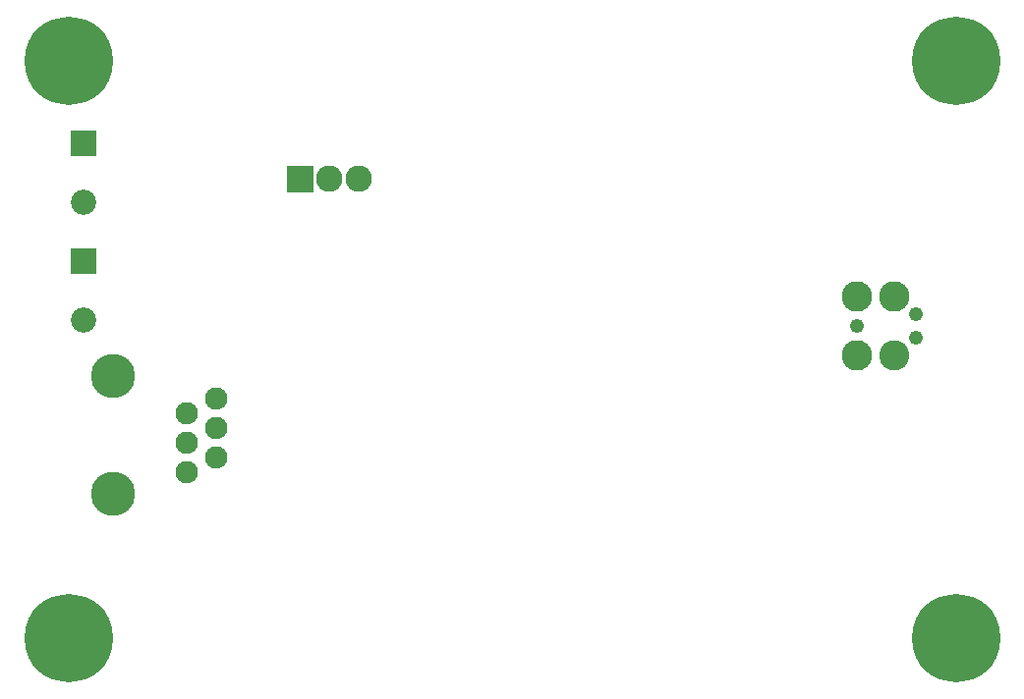
<source format=gbr>
G04 start of page 8 for group -4062 idx -4062 *
G04 Title: (unknown), soldermask *
G04 Creator: pcb 20140316 *
G04 CreationDate: Sat 14 Dec 2019 03:47:04 AM GMT UTC *
G04 For: railfan *
G04 Format: Gerber/RS-274X *
G04 PCB-Dimensions (mil): 3350.00 2300.00 *
G04 PCB-Coordinate-Origin: lower left *
%MOIN*%
%FSLAX25Y25*%
%LNBOTTOMMASK*%
%ADD99C,0.0860*%
%ADD98C,0.1500*%
%ADD97C,0.0001*%
%ADD96C,0.0900*%
%ADD95C,0.0760*%
%ADD94C,0.2997*%
%ADD93C,0.0490*%
%ADD92C,0.1025*%
%ADD91C,0.1035*%
G54D91*X284500Y133000D03*
X297000D03*
G54D92*Y113000D03*
G54D91*X284500D03*
G54D93*Y123000D03*
X304500Y127000D03*
Y119000D03*
G54D94*X318000Y213000D03*
Y17000D03*
G54D95*X67000Y98500D03*
X57000Y93500D03*
X67000Y88500D03*
X57000Y83500D03*
G54D96*X115500Y173000D03*
X105500D03*
G54D97*G36*
X91000Y177500D02*Y168500D01*
X100000D01*
Y177500D01*
X91000D01*
G37*
G54D95*X67000Y78500D03*
X57000Y73500D03*
G54D98*X32000Y106000D03*
G54D94*X17000Y213000D03*
G54D97*G36*
X17700Y149300D02*Y140700D01*
X26300D01*
Y149300D01*
X17700D01*
G37*
G54D99*X22000Y125000D03*
G54D97*G36*
X17700Y189300D02*Y180700D01*
X26300D01*
Y189300D01*
X17700D01*
G37*
G54D99*X22000Y165000D03*
G54D98*X32000Y66000D03*
G54D94*X17000Y17000D03*
M02*

</source>
